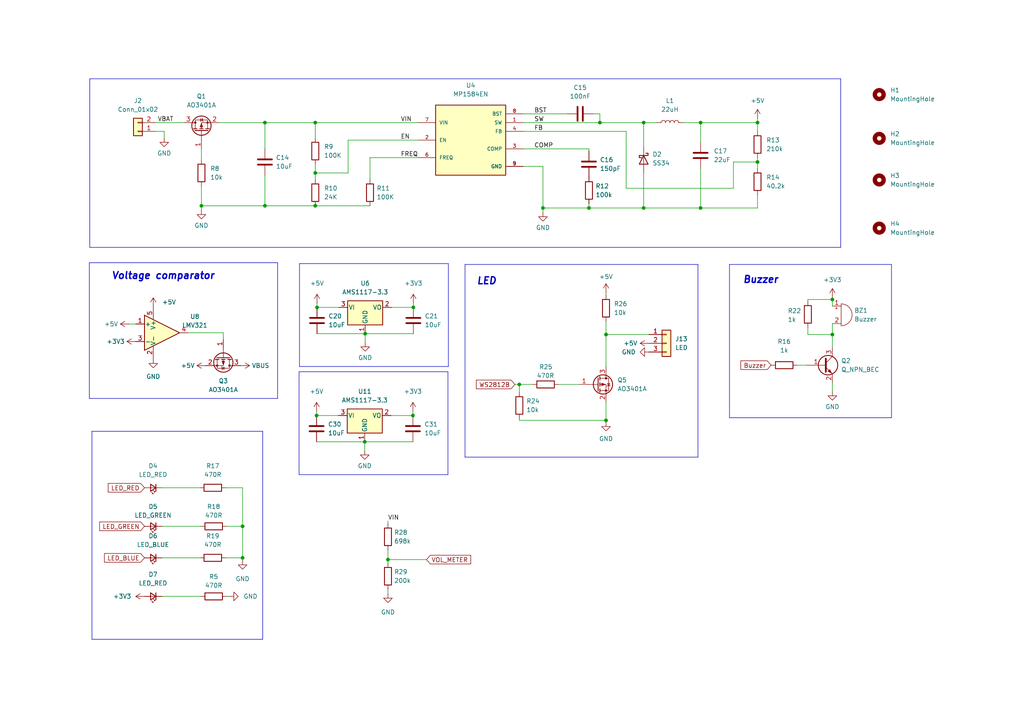
<source format=kicad_sch>
(kicad_sch (version 20230121) (generator eeschema)
  (paper "A4")
  (lib_symbols
    (symbol "Amplifier_Operational:LMV321" (pin_names (offset 0.127))
      (property "Reference" "U" (at 0 5.08 0))
      (property "Value" "LMV321" (at 0 -5.08 0))
      (symbol "LMV321_0_1"
        (polyline (pts (xy -5.08 5.08) (xy 5.08 0) (xy -5.08 -5.08) (xy -5.08 5.08)) (stroke (width 0.254)) (fill (type background)))
        (pin power_in line (at -2.54 -7.62 90) (length 3.81) (name "V-") (number "2"))
        (pin power_in line (at -2.54 7.62 270) (length 3.81) (name "V+") (number "5"))
      )
      (symbol "LMV321_1_1"
        (pin input line (at -7.62 2.54 0) (length 2.54) (name "+") (number "1"))
        (pin input line (at -7.62 -2.54 0) (length 2.54) (name "-") (number "3"))
        (pin output line (at 7.62 0 180) (length 2.54) (name "~") (number "4"))
      )
    )
    (symbol "Connector_Generic:Conn_01x02" (pin_names (offset 1.016) hide)
      (property "Reference" "J" (at 0 2.54 0))
      (property "Value" "Conn_01x02" (at 0 -5.08 0))
      (symbol "Conn_01x02_1_1"
        (rectangle (start -1.27 -2.413) (end 0 -2.667) (stroke (width 0.1524)))
        (rectangle (start -1.27 0.127) (end 0 -0.127) (stroke (width 0.1524)))
        (rectangle (start -1.27 1.27) (end 1.27 -3.81) (stroke (width 0.254)) (fill (type background)))
        (pin passive line (at -5.08 0 0) (length 3.81) (name "Pin_1") (number "1"))
        (pin passive line (at -5.08 -2.54 0) (length 3.81) (name "Pin_2") (number "2"))
      )
    )
    (symbol "Connector_Generic:Conn_01x03" (pin_names (offset 1.016) hide)
      (property "Reference" "J" (at 0 5.08 0))
      (property "Value" "Conn_01x03" (at 0 -5.08 0))
      (symbol "Conn_01x03_1_1"
        (rectangle (start -1.27 -2.413) (end 0 -2.667) (stroke (width 0.1524)))
        (rectangle (start -1.27 0.127) (end 0 -0.127) (stroke (width 0.1524)))
        (rectangle (start -1.27 2.667) (end 0 2.413) (stroke (width 0.1524)))
        (rectangle (start -1.27 3.81) (end 1.27 -3.81) (stroke (width 0.254)) (fill (type background)))
        (pin passive line (at -5.08 2.54 0) (length 3.81) (name "Pin_1") (number "1"))
        (pin passive line (at -5.08 0 0) (length 3.81) (name "Pin_2") (number "2"))
        (pin passive line (at -5.08 -2.54 0) (length 3.81) (name "Pin_3") (number "3"))
      )
    )
    (symbol "Device:Buzzer" (pin_names (offset 0.0254) hide)
      (property "Reference" "BZ" (at 3.81 1.27 0))
      (property "Value" "Buzzer" (at 3.81 -1.27 0))
      (symbol "Buzzer_0_1"
        (arc (start 0 -3.175) (mid 3.1612 0) (end 0 3.175))
        (polyline (pts (xy -1.651 1.905) (xy -1.143 1.905)))
        (polyline (pts (xy -1.397 2.159) (xy -1.397 1.651)))
        (polyline (pts (xy 0 3.175) (xy 0 -3.175)))
      )
      (symbol "Buzzer_1_1"
        (pin passive line (at -2.54 2.54 0) (length 2.54) (name "-") (number "1"))
        (pin passive line (at -2.54 -2.54 0) (length 2.54) (name "+") (number "2"))
      )
    )
    (symbol "Device:C" (pin_numbers hide) (pin_names (offset 0.254))
      (property "Reference" "C" (at 0.635 2.54 0))
      (property "Value" "C" (at 0.635 -2.54 0))
      (symbol "C_0_1"
        (polyline (pts (xy -2.032 -0.762) (xy 2.032 -0.762)) (stroke (width 0.508)))
        (polyline (pts (xy -2.032 0.762) (xy 2.032 0.762)) (stroke (width 0.508)))
      )
      (symbol "C_1_1"
        (pin passive line (at 0 3.81 270) (length 2.794) (name "~") (number "1"))
        (pin passive line (at 0 -3.81 90) (length 2.794) (name "~") (number "2"))
      )
    )
    (symbol "Device:D_Schottky" (pin_numbers hide) (pin_names (offset 1.016) hide)
      (property "Reference" "D" (at 0 2.54 0))
      (property "Value" "D_Schottky" (at 0 -2.54 0))
      (symbol "D_Schottky_0_1"
        (polyline (pts (xy 1.27 0) (xy -1.27 0)))
        (polyline (pts (xy 1.27 1.27) (xy 1.27 -1.27) (xy -1.27 0) (xy 1.27 1.27)) (stroke (width 0.254)))
        (polyline (pts (xy -1.905 0.635) (xy -1.905 1.27) (xy -1.27 1.27) (xy -1.27 -1.27) (xy -0.635 -1.27) (xy -0.635 -0.635)) (stroke (width 0.254)))
      )
      (symbol "D_Schottky_1_1"
        (pin passive line (at -3.81 0 0) (length 2.54) (name "K") (number "1"))
        (pin passive line (at 3.81 0 180) (length 2.54) (name "A") (number "2"))
      )
    )
    (symbol "Device:L" (pin_numbers hide) (pin_names (offset 1.016) hide)
      (property "Reference" "L" (at -1.27 0 90))
      (property "Value" "L" (at 1.905 0 90))
      (symbol "L_0_1"
        (arc (start 0 -2.54) (mid 0.6323 -1.905) (end 0 -1.27))
        (arc (start 0 -1.27) (mid 0.6323 -0.635) (end 0 0))
        (arc (start 0 0) (mid 0.6323 0.635) (end 0 1.27))
        (arc (start 0 1.27) (mid 0.6323 1.905) (end 0 2.54))
      )
      (symbol "L_1_1"
        (pin passive line (at 0 3.81 270) (length 1.27) (name "1") (number "1"))
        (pin passive line (at 0 -3.81 90) (length 1.27) (name "2") (number "2"))
      )
    )
    (symbol "Device:LED_Small" (pin_numbers hide) (pin_names (offset 0.254) hide)
      (property "Reference" "D" (at -1.27 3.175 0))
      (property "Value" "LED_Small" (at -4.445 -2.54 0))
      (symbol "LED_Small_0_1"
        (polyline (pts (xy -0.762 -1.016) (xy -0.762 1.016)) (stroke (width 0.254)))
        (polyline (pts (xy 1.016 0) (xy -0.762 0)))
        (polyline (pts (xy 0.762 -1.016) (xy -0.762 0) (xy 0.762 1.016) (xy 0.762 -1.016)) (stroke (width 0.254)))
        (polyline (pts (xy 0 0.762) (xy -0.508 1.27) (xy -0.254 1.27) (xy -0.508 1.27) (xy -0.508 1.016)))
        (polyline (pts (xy 0.508 1.27) (xy 0 1.778) (xy 0.254 1.778) (xy 0 1.778) (xy 0 1.524)))
      )
      (symbol "LED_Small_1_1"
        (pin passive line (at -2.54 0 0) (length 1.778) (name "K") (number "1"))
        (pin passive line (at 2.54 0 180) (length 1.778) (name "A") (number "2"))
      )
    )
    (symbol "Device:Q_NPN_BEC" (pin_names (offset 0) hide)
      (property "Reference" "Q" (at 5.08 1.27 0))
      (property "Value" "Q_NPN_BEC" (at 5.08 -1.27 0))
      (symbol "Q_NPN_BEC_0_1"
        (polyline (pts (xy 0.635 0.635) (xy 2.54 2.54)))
        (polyline (pts (xy 0.635 -0.635) (xy 2.54 -2.54) (xy 2.54 -2.54)))
        (polyline (pts (xy 0.635 1.905) (xy 0.635 -1.905) (xy 0.635 -1.905)) (stroke (width 0.508)))
        (polyline (pts (xy 1.27 -1.778) (xy 1.778 -1.27) (xy 2.286 -2.286) (xy 1.27 -1.778) (xy 1.27 -1.778)) (fill (type outline)))
        (circle (center 1.27 0) (radius 2.8194) (stroke (width 0.254)))
      )
      (symbol "Q_NPN_BEC_1_1"
        (pin input line (at -5.08 0 0) (length 5.715) (name "B") (number "1"))
        (pin passive line (at 2.54 -5.08 90) (length 2.54) (name "E") (number "2"))
        (pin passive line (at 2.54 5.08 270) (length 2.54) (name "C") (number "3"))
      )
    )
    (symbol "Device:R" (pin_numbers hide) (pin_names (offset 0))
      (property "Reference" "R" (at 2.032 0 90))
      (property "Value" "R" (at 0 0 90))
      (symbol "R_0_1"
        (rectangle (start -1.016 -2.54) (end 1.016 2.54) (stroke (width 0.254)))
      )
      (symbol "R_1_1"
        (pin passive line (at 0 3.81 270) (length 1.27) (name "~") (number "1"))
        (pin passive line (at 0 -3.81 90) (length 1.27) (name "~") (number "2"))
      )
    )
    (symbol "MP1584EN:MP1584EN" (pin_names (offset 1.016))
      (property "Reference" "U" (at -10.185 10.6942 0))
      (property "Value" "MP1584EN" (at -10.1723 -12.7154 0))
      (symbol "MP1584EN_0_0"
        (rectangle (start -10.16 -10.16) (end 10.16 10.16) (stroke (width 0.254)) (fill (type background)))
        (pin output line (at 15.24 5.08 180) (length 5.08) (name "SW") (number "1"))
        (pin input line (at -15.24 0 0) (length 5.08) (name "EN") (number "2"))
        (pin output line (at 15.24 -2.54 180) (length 5.08) (name "COMP") (number "3"))
        (pin input line (at 15.24 2.54 180) (length 5.08) (name "FB") (number "4"))
        (pin power_in line (at 15.24 -7.62 180) (length 5.08) (name "GND") (number "5"))
        (pin input line (at -15.24 -5.08 0) (length 5.08) (name "FREQ") (number "6"))
        (pin input line (at -15.24 5.08 0) (length 5.08) (name "VIN") (number "7"))
        (pin passive line (at 15.24 7.62 180) (length 5.08) (name "BST") (number "8"))
        (pin power_in line (at 15.24 -7.62 180) (length 5.08) (name "GND") (number "9"))
      )
    )
    (symbol "Mechanical:MountingHole" (pin_names (offset 1.016))
      (property "Reference" "H" (at 0 5.08 0))
      (property "Value" "MountingHole" (at 0 3.175 0))
      (symbol "MountingHole_0_1"
        (circle (center 0 0) (radius 1.27) (stroke (width 1.27)))
      )
    )
    (symbol "Regulator_Linear:AMS1117-3.3" (pin_names (offset 0.254))
      (property "Reference" "U" (at -3.81 3.175 0))
      (property "Value" "AMS1117-3.3" (at 0 3.175 0))
      (symbol "AMS1117-3.3_0_1"
        (rectangle (start -5.08 -5.08) (end 5.08 1.905) (stroke (width 0.254)) (fill (type background)))
      )
      (symbol "AMS1117-3.3_1_1"
        (pin power_in line (at 0 -7.62 90) (length 2.54) (name "GND") (number "1"))
        (pin power_out line (at 7.62 0 180) (length 2.54) (name "VO") (number "2"))
        (pin power_in line (at -7.62 0 0) (length 2.54) (name "VI") (number "3"))
      )
    )
    (symbol "Transistor_FET:AO3401A" (pin_names hide)
      (property "Reference" "Q" (at 5.08 1.905 0))
      (property "Value" "AO3401A" (at 5.08 0 0))
      (symbol "AO3401A_0_1"
        (polyline (pts (xy 0.254 0) (xy -2.54 0)))
        (polyline (pts (xy 0.254 1.905) (xy 0.254 -1.905)) (stroke (width 0.254)))
        (polyline (pts (xy 0.762 -1.27) (xy 0.762 -2.286)) (stroke (width 0.254)))
        (polyline (pts (xy 0.762 0.508) (xy 0.762 -0.508)) (stroke (width 0.254)))
        (polyline (pts (xy 0.762 2.286) (xy 0.762 1.27)) (stroke (width 0.254)))
        (polyline (pts (xy 2.54 2.54) (xy 2.54 1.778)))
        (polyline (pts (xy 2.54 -2.54) (xy 2.54 0) (xy 0.762 0)))
        (polyline (pts (xy 0.762 1.778) (xy 3.302 1.778) (xy 3.302 -1.778) (xy 0.762 -1.778)))
        (polyline (pts (xy 2.286 0) (xy 1.27 0.381) (xy 1.27 -0.381) (xy 2.286 0)) (fill (type outline)))
        (polyline (pts (xy 2.794 -0.508) (xy 2.921 -0.381) (xy 3.683 -0.381) (xy 3.81 -0.254)))
        (polyline (pts (xy 3.302 -0.381) (xy 2.921 0.254) (xy 3.683 0.254) (xy 3.302 -0.381)))
        (circle (center 1.651 0) (radius 2.794) (stroke (width 0.254)))
        (circle (center 2.54 -1.778) (radius 0.254) (fill (type outline)))
        (circle (center 2.54 1.778) (radius 0.254) (fill (type outline)))
      )
      (symbol "AO3401A_1_1"
        (pin input line (at -5.08 0 0) (length 2.54) (name "G") (number "1"))
        (pin passive line (at 2.54 -5.08 90) (length 2.54) (name "S") (number "2"))
        (pin passive line (at 2.54 5.08 270) (length 2.54) (name "D") (number "3"))
      )
    )
    (symbol "power:+3.3V" (power) (pin_names (offset 0))
      (property "Value" "+3.3V" (at 0 3.556 0))
      (symbol "+3.3V_0_1"
        (polyline (pts (xy -0.762 1.27) (xy 0 2.54)))
        (polyline (pts (xy 0 0) (xy 0 2.54)))
        (polyline (pts (xy 0 2.54) (xy 0.762 1.27)))
      )
      (symbol "+3.3V_1_1"
        (pin power_in line (at 0 0 90) (length 0) hide (name "+3V3") (number "1"))
      )
    )
    (symbol "power:+5V" (power) (pin_names (offset 0))
      (property "Value" "+5V" (at 0 3.556 0))
      (symbol "+5V_0_1"
        (polyline (pts (xy -0.762 1.27) (xy 0 2.54)))
        (polyline (pts (xy 0 0) (xy 0 2.54)))
        (polyline (pts (xy 0 2.54) (xy 0.762 1.27)))
      )
      (symbol "+5V_1_1"
        (pin power_in line (at 0 0 90) (length 0) hide (name "+5V") (number "1"))
      )
    )
    (symbol "power:GND" (power) (pin_names (offset 0))
      (property "Value" "GND" (at 0 -3.81 0))
      (symbol "GND_0_1"
        (polyline (pts (xy 0 0) (xy 0 -1.27) (xy 1.27 -1.27) (xy 0 -2.54) (xy -1.27 -1.27) (xy 0 -1.27)))
      )
      (symbol "GND_1_1"
        (pin power_in line (at 0 0 270) (length 0) hide (name "GND") (number "1"))
      )
    )
    (symbol "power:VBUS" (power) (pin_names (offset 0))
      (property "Value" "VBUS" (at 0 3.81 0))
      (symbol "VBUS_0_1"
        (polyline (pts (xy -0.762 1.27) (xy 0 2.54)))
        (polyline (pts (xy 0 0) (xy 0 2.54)))
        (polyline (pts (xy 0 2.54) (xy 0.762 1.27)))
      )
      (symbol "VBUS_1_1"
        (pin power_in line (at 0 0 90) (length 0) hide (name "VBUS") (number "1"))
      )
    )
  )
  (junction (at 91.44 59.69))
  (junction (at 203.2 60.325))
  (junction (at 219.71 35.56))
  (junction (at 58.42 59.69))
  (junction (at 91.821 120.523))
  (junction (at 119.888 89.154))
  (junction (at 76.835 59.69))
  (junction (at 241.427 86.868))
  (junction (at 91.44 35.56))
  (junction (at 157.48 60.325))
  (junction (at 186.69 60.325))
  (junction (at 70.358 152.654))
  (junction (at 175.768 121.92))
  (junction (at 70.358 161.798))
  (junction (at 91.44 50.165))
  (junction (at 219.71 46.99))
  (junction (at 170.815 60.325))
  (junction (at 119.761 120.523))
  (junction (at 150.622 111.506))
  (junction (at 203.2 35.56))
  (junction (at 241.427 97.028))
  (junction (at 173.99 35.56))
  (junction (at 91.948 89.154))
  (junction (at 105.791 128.143))
  (junction (at 186.69 35.56))
  (junction (at 175.768 97.028))
  (junction (at 112.522 162.306))
  (junction (at 76.835 35.56))
  (junction (at 105.918 96.774))
  (wire (pts (xy 91.44 35.56) (xy 121.285 35.56)))
  (wire (pts (xy 107.315 45.72) (xy 121.285 45.72)))
  (wire (pts (xy 151.765 43.18) (xy 170.815 43.18)))
  (wire (pts (xy 37.465 93.98) (xy 39.37 93.98)))
  (wire (pts (xy 219.71 34.29) (xy 219.71 35.56)))
  (polyline (pts (xy 25.908 76.2) (xy 80.518 76.2)))
  (wire (pts (xy 46.99 172.974) (xy 58.166 172.974)))
  (wire (pts (xy 58.42 43.18) (xy 58.42 46.355)))
  (wire (pts (xy 112.522 151.13) (xy 112.522 151.892)))
  (wire (pts (xy 188.214 97.028) (xy 175.768 97.028)))
  (wire (pts (xy 119.761 119.253) (xy 119.761 120.523)))
  (polyline (pts (xy 26.035 22.86) (xy 243.84 22.86)))
  (wire (pts (xy 91.44 50.165) (xy 91.44 52.07)))
  (wire (pts (xy 91.948 96.774) (xy 105.918 96.774)))
  (polyline (pts (xy 202.438 132.588) (xy 134.874 132.588)))
  (wire (pts (xy 170.815 43.18) (xy 170.815 43.815)))
  (polyline (pts (xy 130.048 106.299) (xy 86.868 106.299)))
  (wire (pts (xy 175.768 121.92) (xy 175.768 122.428)))
  (wire (pts (xy 76.835 35.56) (xy 91.44 35.56)))
  (wire (pts (xy 91.821 120.523) (xy 98.171 120.523)))
  (wire (pts (xy 198.12 35.56) (xy 203.2 35.56)))
  (wire (pts (xy 119.888 87.884) (xy 119.888 89.154)))
  (wire (pts (xy 175.768 121.92) (xy 175.768 116.586)))
  (wire (pts (xy 91.948 87.884) (xy 91.948 89.154)))
  (wire (pts (xy 65.532 141.478) (xy 70.358 141.478)))
  (wire (pts (xy 151.765 33.02) (xy 164.465 33.02)))
  (polyline (pts (xy 80.518 76.2) (xy 80.518 115.57)))
  (wire (pts (xy 241.427 93.853) (xy 241.427 97.028)))
  (polyline (pts (xy 258.572 121.158) (xy 211.582 121.158)))
  (polyline (pts (xy 76.2 125.095) (xy 76.2 185.42)))
  (wire (pts (xy 151.765 35.56) (xy 173.99 35.56)))
  (wire (pts (xy 219.71 35.56) (xy 219.71 38.1)))
  (wire (pts (xy 170.815 60.325) (xy 186.69 60.325)))
  (wire (pts (xy 63.5 35.56) (xy 76.835 35.56)))
  (polyline (pts (xy 26.67 125.095) (xy 26.67 185.42)))
  (wire (pts (xy 150.622 121.412) (xy 150.622 121.92)))
  (polyline (pts (xy 129.921 107.823) (xy 129.921 137.668)))
  (wire (pts (xy 175.768 97.028) (xy 175.768 106.426)))
  (wire (pts (xy 54.61 96.52) (xy 64.77 96.52)))
  (wire (pts (xy 241.427 97.028) (xy 241.427 100.838)))
  (wire (pts (xy 65.786 172.974) (xy 66.548 172.974)))
  (wire (pts (xy 105.791 128.143) (xy 105.791 130.683)))
  (wire (pts (xy 170.815 60.325) (xy 157.48 60.325)))
  (wire (pts (xy 173.99 35.56) (xy 186.69 35.56)))
  (wire (pts (xy 175.768 84.836) (xy 175.768 85.598)))
  (wire (pts (xy 70.358 161.798) (xy 70.358 162.56)))
  (wire (pts (xy 64.77 96.52) (xy 64.77 98.425)))
  (wire (pts (xy 91.821 119.253) (xy 91.821 120.523)))
  (wire (pts (xy 212.725 54.61) (xy 212.725 46.99)))
  (wire (pts (xy 203.2 35.56) (xy 203.2 41.275)))
  (wire (pts (xy 212.725 46.99) (xy 219.71 46.99)))
  (wire (pts (xy 100.965 40.64) (xy 121.285 40.64)))
  (wire (pts (xy 107.315 52.07) (xy 107.315 45.72)))
  (wire (pts (xy 112.522 170.942) (xy 112.522 172.212)))
  (wire (pts (xy 181.61 54.61) (xy 212.725 54.61)))
  (wire (pts (xy 46.99 152.654) (xy 58.166 152.654)))
  (wire (pts (xy 113.538 89.154) (xy 119.888 89.154)))
  (polyline (pts (xy 26.67 125.095) (xy 76.2 125.095)))
  (wire (pts (xy 70.358 161.798) (xy 65.532 161.798)))
  (polyline (pts (xy 86.868 106.299) (xy 86.868 76.454)))
  (wire (pts (xy 186.69 35.56) (xy 186.69 42.545)))
  (polyline (pts (xy 88.773 76.454) (xy 130.048 76.454)))
  (wire (pts (xy 219.71 45.72) (xy 219.71 46.99)))
  (wire (pts (xy 47.625 38.1) (xy 47.625 40.005)))
  (wire (pts (xy 241.427 86.233) (xy 241.427 86.868)))
  (wire (pts (xy 76.835 50.8) (xy 76.835 59.69)))
  (wire (pts (xy 105.918 96.774) (xy 119.888 96.774)))
  (polyline (pts (xy 86.741 137.668) (xy 86.741 107.823)))
  (wire (pts (xy 112.522 159.512) (xy 112.522 162.306)))
  (wire (pts (xy 113.411 120.523) (xy 119.761 120.523)))
  (wire (pts (xy 151.765 48.26) (xy 157.48 48.26)))
  (wire (pts (xy 154.432 111.506) (xy 150.622 111.506)))
  (wire (pts (xy 175.768 97.028) (xy 175.768 93.218)))
  (wire (pts (xy 46.99 141.478) (xy 57.912 141.478)))
  (wire (pts (xy 151.765 38.1) (xy 181.61 38.1)))
  (polyline (pts (xy 25.908 115.57) (xy 25.908 76.2)))
  (wire (pts (xy 58.42 53.975) (xy 58.42 59.69)))
  (wire (pts (xy 70.358 152.654) (xy 70.358 161.798)))
  (polyline (pts (xy 202.438 76.708) (xy 202.438 132.588)))
  (wire (pts (xy 150.622 111.506) (xy 150.622 113.792)))
  (wire (pts (xy 91.44 35.56) (xy 91.44 40.005)))
  (polyline (pts (xy 243.84 71.755) (xy 26.035 71.755)))
  (wire (pts (xy 181.61 38.1) (xy 181.61 54.61)))
  (wire (pts (xy 112.522 162.306) (xy 123.698 162.306)))
  (wire (pts (xy 234.315 97.028) (xy 241.427 97.028)))
  (polyline (pts (xy 134.874 132.588) (xy 134.874 76.708)))
  (polyline (pts (xy 211.582 76.708) (xy 258.572 76.708)))
  (wire (pts (xy 112.522 162.306) (xy 112.522 163.322)))
  (polyline (pts (xy 76.2 185.42) (xy 26.67 185.42)))
  (polyline (pts (xy 130.048 76.454) (xy 130.048 106.299)))
  (wire (pts (xy 170.815 59.055) (xy 170.815 60.325)))
  (wire (pts (xy 173.99 33.02) (xy 173.99 35.56)))
  (wire (pts (xy 149.352 111.506) (xy 150.622 111.506)))
  (wire (pts (xy 58.42 59.69) (xy 76.835 59.69)))
  (wire (pts (xy 172.085 33.02) (xy 173.99 33.02)))
  (wire (pts (xy 186.69 35.56) (xy 190.5 35.56)))
  (wire (pts (xy 70.358 141.478) (xy 70.358 152.654)))
  (wire (pts (xy 91.44 59.69) (xy 107.315 59.69)))
  (wire (pts (xy 241.427 110.998) (xy 241.427 113.538)))
  (wire (pts (xy 65.786 152.654) (xy 70.358 152.654)))
  (wire (pts (xy 91.44 47.625) (xy 91.44 50.165)))
  (wire (pts (xy 203.2 35.56) (xy 219.71 35.56)))
  (wire (pts (xy 234.315 86.868) (xy 241.427 86.868)))
  (wire (pts (xy 219.71 56.515) (xy 219.71 60.325)))
  (wire (pts (xy 150.622 121.92) (xy 175.768 121.92)))
  (polyline (pts (xy 80.518 115.57) (xy 25.908 115.57)))
  (wire (pts (xy 100.965 50.165) (xy 100.965 40.64)))
  (wire (pts (xy 234.315 94.996) (xy 234.315 97.028)))
  (wire (pts (xy 219.71 46.99) (xy 219.71 48.895)))
  (wire (pts (xy 186.69 50.165) (xy 186.69 60.325)))
  (polyline (pts (xy 211.582 121.158) (xy 211.582 76.708)))
  (wire (pts (xy 76.835 35.56) (xy 76.835 43.18)))
  (wire (pts (xy 105.791 128.143) (xy 119.761 128.143)))
  (wire (pts (xy 91.948 89.154) (xy 98.298 89.154)))
  (polyline (pts (xy 134.874 76.708) (xy 202.438 76.708)))
  (polyline (pts (xy 26.035 71.755) (xy 26.035 22.86)))
  (polyline (pts (xy 86.741 107.823) (xy 88.646 107.823)))
  (wire (pts (xy 91.821 128.143) (xy 105.791 128.143)))
  (polyline (pts (xy 258.572 76.708) (xy 258.572 121.158)))
  (wire (pts (xy 91.44 50.165) (xy 100.965 50.165)))
  (wire (pts (xy 241.427 86.868) (xy 241.427 88.773)))
  (wire (pts (xy 157.48 48.26) (xy 157.48 60.325)))
  (wire (pts (xy 58.42 59.69) (xy 58.42 60.96)))
  (wire (pts (xy 76.835 59.69) (xy 91.44 59.69)))
  (wire (pts (xy 162.052 111.506) (xy 168.148 111.506)))
  (polyline (pts (xy 88.646 107.823) (xy 129.921 107.823)))
  (polyline (pts (xy 86.868 76.454) (xy 88.773 76.454)))
  (wire (pts (xy 45.085 38.1) (xy 47.625 38.1)))
  (wire (pts (xy 203.2 60.325) (xy 219.71 60.325)))
  (wire (pts (xy 45.085 35.56) (xy 53.34 35.56)))
  (polyline (pts (xy 129.921 137.668) (xy 86.741 137.668)))
  (polyline (pts (xy 243.84 22.86) (xy 243.84 71.755)))
  (wire (pts (xy 186.69 60.325) (xy 203.2 60.325)))
  (wire (pts (xy 231.267 105.918) (xy 233.807 105.918)))
  (wire (pts (xy 46.99 161.798) (xy 57.912 161.798)))
  (wire (pts (xy 157.48 60.325) (xy 157.48 61.595)))
  (wire (pts (xy 203.2 48.895) (xy 203.2 60.325)))
  (wire (pts (xy 105.918 96.774) (xy 105.918 99.314)))
  (wire (pts (xy 234.315 87.376) (xy 234.315 86.868)))
  (text "LED" (at 138.176 82.804 0) (effects (font (size 2 2) (thickness 0.4) bold italic) (justify left bottom)))
  (text "Buzzer" (at 215.392 82.423 0) (effects (font (size 2 2) (thickness 0.4) bold italic) (justify left bottom)))
  (text "Voltage comparator " (at 32.258 81.28 0) (effects (font (size 2 2) (thickness 0.4) bold italic) (justify left bottom)))
  (label "BST" (at 154.94 33.02 0))
  (label "FB" (at 154.94 38.1 0))
  (label "EN" (at 116.205 40.64 0))
  (label "VIN" (at 116.205 35.56 0))
  (label "COMP" (at 154.94 43.18 0))
  (label "VBAT" (at 45.72 35.56 0))
  (label "VIN" (at 112.522 151.13 0))
  (label "SW" (at 154.94 35.56 0))
  (label "FREQ" (at 116.205 45.72 0))
  (global_label "LED_BLUE" (shape input) (at 41.91 161.798 180) (property "Intersheetrefs" "${INTERSHEET_REFS}" (effects hide)))
  (global_label "WS2812B" (shape input) (at 149.352 111.506 180) (property "Intersheetrefs" "${INTERSHEET_REFS}" (effects hide)))
  (global_label "LED_GREEN" (shape input) (at 41.91 152.654 180) (property "Intersheetrefs" "${INTERSHEET_REFS}" (effects hide)))
  (global_label "VOL_METER" (shape input) (at 123.698 162.306 0) (property "Intersheetrefs" "${INTERSHEET_REFS}" (effects hide)))
  (global_label "LED_RED" (shape input) (at 41.91 141.478 180) (property "Intersheetrefs" "${INTERSHEET_REFS}" (effects hide)))
  (global_label "Buzzer" (shape input) (at 223.647 105.918 180) (property "Intersheetrefs" "${INTERSHEET_REFS}" (effects hide)))
  (symbol (lib_id "power:+3.3V") (at 119.761 119.253 0) (unit 1)
    (property "Reference" "#PWR0106" (effects hide))
    (property "Value" "+3.3V" (at 119.761 113.538 0))
  )
  (symbol (lib_id "Device:R") (at 150.622 117.602 0) (unit 1)
    (property "Reference" "R24" (at 152.654 116.3319 0) (effects (justify left)))
    (property "Value" "10k" (at 152.654 118.8719 0) (effects (justify left)))
    (property "Footprint" "Resistor_SMD:R_0603_1608Metric" (effects hide))
  )
  (symbol (lib_id "Device:C") (at 168.275 33.02 90) (unit 1)
    (property "Reference" "C15" (at 168.275 25.4 90))
    (property "Value" "100nF" (at 168.275 27.94 90))
    (property "Footprint" "Capacitor_SMD:C_0603_1608Metric" (effects hide))
  )
  (symbol (lib_id "Device:C") (at 170.815 47.625 0) (unit 1)
    (property "Reference" "C16" (at 173.99 46.3549 0) (effects (justify left)))
    (property "Value" "150pF" (at 173.99 48.8949 0) (effects (justify left)))
    (property "Footprint" "Capacitor_SMD:C_0603_1608Metric" (effects hide))
  )
  (symbol (lib_id "power:+3.3V") (at 39.37 99.06 90) (unit 1)
    (property "Reference" "#PWR055" (effects hide))
    (property "Value" "+3.3V" (at 36.195 99.0599 90) (effects (justify left)))
  )
  (symbol (lib_id "Device:R") (at 61.976 152.654 90) (unit 1)
    (property "Reference" "R18" (at 61.976 146.939 90))
    (property "Value" "470R" (at 61.976 149.479 90))
    (property "Footprint" "Resistor_SMD:R_0603_1608Metric" (effects hide))
  )
  (symbol (lib_id "power:VBUS") (at 69.85 106.045 270) (unit 1)
    (property "Reference" "#PWR059" (effects hide))
    (property "Value" "VBUS" (at 73.025 106.0449 90) (effects (justify left)))
  )
  (symbol (lib_id "Device:R") (at 61.722 141.478 90) (unit 1)
    (property "Reference" "R17" (at 61.722 135.128 90))
    (property "Value" "470R" (at 61.722 137.668 90))
    (property "Footprint" "Resistor_SMD:R_0603_1608Metric" (effects hide))
  )
  (symbol (lib_id "Device:R") (at 91.44 55.88 0) (unit 1)
    (property "Reference" "R10" (at 93.98 54.6099 0) (effects (justify left)))
    (property "Value" "24K" (at 93.98 57.1499 0) (effects (justify left)))
    (property "Footprint" "Resistor_SMD:R_0603_1608Metric" (effects hide))
  )
  (symbol (lib_id "Transistor_FET:AO3401A") (at 58.42 38.1 90) (unit 1)
    (property "Reference" "Q1" (at 58.42 27.94 90))
    (property "Value" "AO3401A" (at 58.42 30.48 90))
    (property "Footprint" "AO3401:SOT23" (effects hide))
    (property "Datasheet" "http://www.aosmd.com/pdfs/datasheet/AO3401A.pdf" (effects hide))
  )
  (symbol (lib_id "power:+3.3V") (at 119.888 87.884 0) (unit 1)
    (property "Reference" "#PWR040" (effects hide))
    (property "Value" "+3.3V" (at 119.888 82.169 0))
  )
  (symbol (lib_id "Device:C") (at 76.835 46.99 0) (unit 1)
    (property "Reference" "C14" (at 80.01 45.7199 0) (effects (justify left)))
    (property "Value" "10uF" (at 80.01 48.2599 0) (effects (justify left)))
    (property "Footprint" "Capacitor_SMD:C_1206_3216Metric" (effects hide))
  )
  (symbol (lib_id "Device:R") (at 219.71 41.91 0) (unit 1)
    (property "Reference" "R13" (at 222.25 40.6399 0) (effects (justify left)))
    (property "Value" "210k" (at 222.25 43.1799 0) (effects (justify left)))
    (property "Footprint" "Resistor_SMD:R_0603_1608Metric" (effects hide))
  )
  (symbol (lib_id "power:GND") (at 70.358 162.56 0) (unit 1)
    (property "Reference" "#PWR053" (effects hide))
    (property "Value" "GND" (at 70.358 167.894 0))
  )
  (symbol (lib_id "power:GND") (at 58.42 60.96 0) (unit 1)
    (property "Reference" "#PWR025" (effects hide))
    (property "Value" "GND" (at 58.42 65.405 0))
  )
  (symbol (lib_id "Device:C") (at 91.821 124.333 0) (unit 1)
    (property "Reference" "C30" (at 95.123 123.0629 0) (effects (justify left)))
    (property "Value" "10uF" (at 95.123 125.6029 0) (effects (justify left)))
    (property "Footprint" "Capacitor_SMD:C_0805_2012Metric" (effects hide))
  )
  (symbol (lib_id "power:+3.3V") (at 241.427 86.233 0) (unit 1)
    (property "Reference" "#PWR049" (effects hide))
    (property "Value" "+3.3V" (at 241.427 81.153 0))
  )
  (symbol (lib_id "Device:LED_Small") (at 44.45 172.974 180) (unit 1)
    (property "Reference" "D7" (at 44.3865 166.624 0))
    (property "Value" "LED_RED" (at 44.3865 169.164 0))
    (property "Footprint" "LED_SMD:LED_0603_1608Metric" (effects hide))
  )
  (symbol (lib_id "power:+5V") (at 219.71 34.29 0) (unit 1)
    (property "Reference" "#PWR027" (effects hide))
    (property "Value" "+5V" (at 219.71 29.21 0))
  )
  (symbol (lib_id "power:+5V") (at 91.821 119.253 0) (unit 1)
    (property "Reference" "#PWR099" (effects hide))
    (property "Value" "+5V" (at 91.821 113.538 0))
  )
  (symbol (lib_id "power:GND") (at 105.918 99.314 0) (unit 1)
    (property "Reference" "#PWR039" (effects hide))
    (property "Value" "GND" (at 105.918 103.759 0))
  )
  (symbol (lib_id "Device:Q_NPN_BEC") (at 238.887 105.918 0) (unit 1)
    (property "Reference" "Q2" (at 243.967 104.6479 0) (effects (justify left)))
    (property "Value" "Q_NPN_BEC" (at 243.967 107.1879 0) (effects (justify left)))
    (property "Footprint" "Package_TO_SOT_SMD:SOT-23" (effects hide))
  )
  (symbol (lib_id "Connector_Generic:Conn_01x03") (at 193.294 99.568 0) (unit 1)
    (property "Reference" "J13" (at 195.834 98.2979 0) (effects (justify left)))
    (property "Value" "LED" (at 195.834 100.8379 0) (effects (justify left)))
    (property "Footprint" "Connector_JST:JST_XH_B3B-XH-A_1x03_P2.50mm_Vertical" (effects hide))
  )
  (symbol (lib_id "Device:C") (at 203.2 45.085 0) (unit 1)
    (property "Reference" "C17" (at 207.01 43.8149 0) (effects (justify left)))
    (property "Value" "22uF" (at 207.01 46.3549 0) (effects (justify left)))
    (property "Footprint" "Capacitor_SMD:C_1206_3216Metric" (effects hide))
  )
  (symbol (lib_id "Device:R") (at 234.315 91.186 180) (unit 1)
    (property "Reference" "R22" (at 228.473 90.17 0) (effects (justify right)))
    (property "Value" "1k" (at 228.473 92.71 0) (effects (justify right)))
    (property "Footprint" "Resistor_SMD:R_0603_1608Metric" (effects hide))
  )
  (symbol (lib_id "Device:R") (at 158.242 111.506 90) (unit 1)
    (property "Reference" "R25" (at 160.274 106.426 90) (effects (justify left)))
    (property "Value" "470R" (at 160.782 108.966 90) (effects (justify left)))
    (property "Footprint" "Resistor_SMD:R_0603_1608Metric" (effects hide))
  )
  (symbol (lib_id "Mechanical:MountingHole") (at 255.016 52.197 0) (unit 1)
    (property "Reference" "H3" (at 258.191 50.9269 0) (effects (justify left)))
    (property "Value" "MountingHole" (at 258.191 53.4669 0) (effects (justify left)))
    (property "Footprint" "MountingHole:MountingHole_3.2mm_M3_Pad_Via" (effects hide))
  )
  (symbol (lib_id "power:GND") (at 157.48 61.595 0) (unit 1)
    (property "Reference" "#PWR026" (effects hide))
    (property "Value" "GND" (at 157.48 66.04 0))
  )
  (symbol (lib_id "Device:R") (at 112.522 155.702 0) (unit 1)
    (property "Reference" "R28" (at 114.3 154.4319 0) (effects (justify left)))
    (property "Value" "698k" (at 114.3 156.9719 0) (effects (justify left)))
    (property "Footprint" "Resistor_SMD:R_0603_1608Metric" (effects hide))
  )
  (symbol (lib_id "Mechanical:MountingHole") (at 255.016 27.432 0) (unit 1)
    (property "Reference" "H1" (at 258.191 26.1619 0) (effects (justify left)))
    (property "Value" "MountingHole" (at 258.191 28.7019 0) (effects (justify left)))
    (property "Footprint" "MountingHole:MountingHole_3.2mm_M3_Pad_Via" (effects hide))
  )
  (symbol (lib_id "Device:C") (at 119.761 124.333 0) (unit 1)
    (property "Reference" "C31" (at 123.063 123.0629 0) (effects (justify left)))
    (property "Value" "10uF" (at 123.063 125.6029 0) (effects (justify left)))
    (property "Footprint" "Capacitor_SMD:C_0805_2012Metric" (effects hide))
  )
  (symbol (lib_id "Device:D_Schottky") (at 186.69 46.355 270) (unit 1)
    (property "Reference" "D2" (at 189.23 44.7674 90) (effects (justify left)))
    (property "Value" "SS34" (at 189.23 47.3074 90) (effects (justify left)))
    (property "Footprint" "Diode_SMD:D_SMA" (effects hide))
  )
  (symbol (lib_id "power:GND") (at 112.522 172.212 0) (unit 1)
    (property "Reference" "#PWR056" (effects hide))
    (property "Value" "GND" (at 112.522 177.546 0))
  )
  (symbol (lib_id "Device:C") (at 91.948 92.964 0) (unit 1)
    (property "Reference" "C20" (at 95.25 91.6939 0) (effects (justify left)))
    (property "Value" "10uF" (at 95.25 94.2339 0) (effects (justify left)))
    (property "Footprint" "Capacitor_SMD:C_0805_2012Metric" (effects hide))
  )
  (symbol (lib_id "Regulator_Linear:AMS1117-3.3") (at 105.791 120.523 0) (unit 1)
    (property "Reference" "U11" (at 105.791 113.538 0))
    (property "Value" "AMS1117-3.3" (at 105.791 116.078 0))
    (property "Footprint" "Package_TO_SOT_SMD:SOT-89-3" (effects hide))
    (property "Datasheet" "http://www.advanced-monolithic.com/pdf/ds1117.pdf" (effects hide))
  )
  (symbol (lib_id "power:GND") (at 241.427 113.538 0) (unit 1)
    (property "Reference" "#PWR050" (effects hide))
    (property "Value" "GND" (at 241.427 117.983 0))
  )
  (symbol (lib_id "power:+5V") (at 188.214 99.568 90) (unit 1)
    (property "Reference" "#PWR0103" (effects hide))
    (property "Value" "+5V" (at 184.912 99.5679 90) (effects (justify left)))
  )
  (symbol (lib_id "Device:L") (at 194.31 35.56 90) (unit 1)
    (property "Reference" "L1" (at 194.31 29.21 90))
    (property "Value" "22uH" (at 194.31 31.75 90))
    (property "Footprint" "Inductor_SMD:L_7.3x7.3_H4.5" (effects hide))
  )
  (symbol (lib_id "Device:Buzzer") (at 243.967 91.313 0) (unit 1)
    (property "Reference" "BZ1" (at 247.777 90.0429 0) (effects (justify left)))
    (property "Value" "Buzzer" (at 247.777 92.5829 0) (effects (justify left)))
    (property "Footprint" "Buzzer_Beeper:Buzzer_12x9.5RM7.6" (effects hide))
  )
  (symbol (lib_id "Regulator_Linear:AMS1117-3.3") (at 105.918 89.154 0) (unit 1)
    (property "Reference" "U6" (at 105.918 82.169 0))
    (property "Value" "AMS1117-3.3" (at 105.918 84.709 0))
    (property "Footprint" "Package_TO_SOT_SMD:SOT-89-3" (effects hide))
    (property "Datasheet" "http://www.advanced-monolithic.com/pdf/ds1117.pdf" (effects hide))
  )
  (symbol (lib_id "Device:R") (at 61.722 161.798 90) (unit 1)
    (property "Reference" "R19" (at 61.722 155.448 90))
    (property "Value" "470R" (at 61.722 157.988 90))
    (property "Footprint" "Resistor_SMD:R_0603_1608Metric" (effects hide))
  )
  (symbol (lib_id "Device:R") (at 91.44 43.815 0) (unit 1)
    (property "Reference" "R9" (at 93.98 42.5449 0) (effects (justify left)))
    (property "Value" "100K" (at 93.98 45.0849 0) (effects (justify left)))
    (property "Footprint" "Resistor_SMD:R_0603_1608Metric" (effects hide))
  )
  (symbol (lib_id "Mechanical:MountingHole") (at 255.016 40.132 0) (unit 1)
    (property "Reference" "H2" (at 258.191 38.8619 0) (effects (justify left)))
    (property "Value" "MountingHole" (at 258.191 41.4019 0) (effects (justify left)))
    (property "Footprint" "MountingHole:MountingHole_3.2mm_M3_Pad_Via" (effects hide))
  )
  (symbol (lib_id "power:+5V") (at 175.768 84.836 0) (unit 1)
    (property "Reference" "#PWR0101" (effects hide))
    (property "Value" "+5V" (at 175.768 80.264 0))
  )
  (symbol (lib_id "Device:R") (at 227.457 105.918 90) (unit 1)
    (property "Reference" "R16" (at 227.457 99.06 90))
    (property "Value" "1k" (at 227.457 101.6 90))
    (property "Footprint" "Resistor_SMD:R_0603_1608Metric" (effects hide))
  )
  (symbol (lib_id "power:GND") (at 47.625 40.005 0) (unit 1)
    (property "Reference" "#PWR024" (effects hide))
    (property "Value" "GND" (at 47.625 44.45 0))
  )
  (symbol (lib_id "Device:R") (at 170.815 55.245 180) (unit 1)
    (property "Reference" "R12" (at 172.72 53.9749 0) (effects (justify right)))
    (property "Value" "100k" (at 172.72 56.5149 0) (effects (justify right)))
    (property "Footprint" "Resistor_SMD:R_0603_1608Metric" (effects hide))
  )
  (symbol (lib_id "Connector_Generic:Conn_01x02") (at 40.005 38.1 180) (unit 1)
    (property "Reference" "J2" (at 40.005 29.21 0))
    (property "Value" "Conn_01x02" (at 40.005 31.75 0))
    (property "Footprint" "Connector_PinHeader_2.54mm:PinHeader_1x02_P2.54mm_Vertical" (effects hide))
  )
  (symbol (lib_id "power:GND") (at 44.45 104.14 0) (unit 1)
    (property "Reference" "#PWR057" (effects hide))
    (property "Value" "GND" (at 44.45 109.22 0))
  )
  (symbol (lib_id "MP1584EN:MP1584EN") (at 136.525 40.64 0) (unit 1)
    (property "Reference" "U4" (at 136.525 24.765 0))
    (property "Value" "MP1584EN" (at 136.525 27.305 0))
    (property "Footprint" "MP1584EN:SOIC127P600X170-9N" (effects hide))
    (property "MP" "MP1584EN" (effects hide))
    (property "AVAILABILITY" "Unavailable" (effects hide))
    (property "MF" "Monolithic Power Systems" (effects hide))
    (property "PACKAGE" "None" (effects hide))
    (property "PRICE" "None" (effects hide))
    (property "STANDARD" "IPC-7351B" (effects hide))
  )
  (symbol (lib_id "Device:R") (at 61.976 172.974 90) (unit 1)
    (property "Reference" "R5" (at 61.976 167.259 90))
    (property "Value" "470R" (at 61.976 169.799 90))
    (property "Footprint" "Resistor_SMD:R_0603_1608Metric" (effects hide))
  )
  (symbol (lib_id "Device:C") (at 119.888 92.964 0) (unit 1)
    (property "Reference" "C21" (at 123.19 91.6939 0) (effects (justify left)))
    (property "Value" "10uF" (at 123.19 94.2339 0) (effects (justify left)))
    (property "Footprint" "Capacitor_SMD:C_0805_2012Metric" (effects hide))
  )
  (symbol (lib_id "power:GND") (at 175.768 122.428 0) (unit 1)
    (property "Reference" "#PWR0102" (effects hide))
    (property "Value" "GND" (at 175.768 127.254 0))
  )
  (symbol (lib_id "Mechanical:MountingHole") (at 255.016 66.167 0) (unit 1)
    (property "Reference" "H4" (at 258.191 64.8969 0) (effects (justify left)))
    (property "Value" "MountingHole" (at 258.191 67.4369 0) (effects (justify left)))
    (property "Footprint" "MountingHole:MountingHole_3.2mm_M3_Pad_Via" (effects hide))
  )
  (symbol (lib_id "power:+3.3V") (at 41.91 172.974 90) (unit 1)
    (property "Reference" "#PWR051" (effects hide))
    (property "Value" "+3.3V" (at 38.1 172.9739 90) (effects (justify left)))
  )
  (symbol (lib_id "power:+5V") (at 37.465 93.98 90) (unit 1)
    (property "Reference" "#PWR054" (effects hide))
    (property "Value" "+5V" (at 34.29 93.9799 90) (effects (justify left)))
  )
  (symbol (lib_id "Device:LED_Small") (at 44.45 141.478 180) (unit 1)
    (property "Reference" "D4" (at 44.3865 135.128 0))
    (property "Value" "LED_RED" (at 44.3865 137.668 0))
    (property "Footprint" "LED_SMD:LED_0603_1608Metric" (effects hide))
  )
  (symbol (lib_id "Transistor_FET:AO3401A") (at 64.77 103.505 270) (unit 1)
    (property "Reference" "Q3" (at 64.77 110.49 90))
    (property "Value" "AO3401A" (at 64.77 113.03 90))
    (property "Footprint" "AO3401:SOT23" (effects hide))
    (property "Datasheet" "http://www.aosmd.com/pdfs/datasheet/AO3401A.pdf" (effects hide))
  )
  (symbol (lib_id "Amplifier_Operational:LMV321") (at 46.99 96.52 0) (unit 1)
    (property "Reference" "U8" (at 56.515 91.821 0))
    (property "Value" "LMV321" (at 56.515 94.361 0))
    (property "Footprint" "Package_TO_SOT_SMD:SOT-23-5" (effects hide))
    (property "Datasheet" "http://www.ti.com/lit/ds/symlink/lmv324.pdf" (effects hide))
  )
  (symbol (lib_id "Device:R") (at 107.315 55.88 0) (unit 1)
    (property "Reference" "R11" (at 109.22 54.6099 0) (effects (justify left)))
    (property "Value" "100K" (at 109.22 57.1499 0) (effects (justify left)))
    (property "Footprint" "Resistor_SMD:R_0603_1608Metric" (effects hide))
  )
  (symbol (lib_id "power:+5V") (at 44.45 88.9 0) (unit 1)
    (property "Reference" "#PWR0116" (effects hide))
    (property "Value" "+5V" (at 46.99 87.6299 0) (effects (justify left)))
  )
  (symbol (lib_id "Device:LED_Small") (at 44.45 152.654 180) (unit 1)
    (property "Reference" "D5" (at 44.3865 146.939 0))
    (property "Value" "LED_GREEN" (at 44.3865 149.479 0))
    (property "Footprint" "LED_SMD:LED_0603_1608Metric" (effects hide))
  )
  (symbol (lib_id "Transistor_FET:AO3401A") (at 173.228 111.506 0) (unit 1)
    (property "Reference" "Q5" (at 179.07 110.2359 0) (effects (justify left)))
    (property "Value" "AO3401A" (at 179.07 112.7759 0) (effects (justify left)))
    (property "Footprint" "Package_TO_SOT_SMD:SOT-23" (effects hide))
    (property "Datasheet" "http://www.aosmd.com/pdfs/datasheet/AO3401A.pdf" (effects hide))
  )
  (symbol (lib_id "power:GND") (at 188.214 102.108 270) (unit 1)
    (property "Reference" "#PWR0104" (effects hide))
    (property "Value" "GND" (at 184.404 102.1079 90) (effects (justify right)))
  )
  (symbol (lib_id "power:+5V") (at 59.69 106.045 90) (unit 1)
    (property "Reference" "#PWR058" (effects hide))
    (property "Value" "+5V" (at 56.515 106.0449 90) (effects (justify left)))
  )
  (symbol (lib_id "Device:LED_Small") (at 44.45 161.798 180) (unit 1)
    (property "Reference" "D6" (at 44.3865 155.448 0))
    (property "Value" "LED_BLUE" (at 44.3865 157.988 0))
    (property "Footprint" "LED_SMD:LED_0603_1608Metric" (effects hide))
  )
  (symbol (lib_id "Device:R") (at 175.768 89.408 0) (unit 1)
    (property "Reference" "R26" (at 178.054 88.1379 0) (effects (justify left)))
    (property "Value" "10k" (at 178.054 90.6779 0) (effects (justify left)))
    (property "Footprint" "Resistor_SMD:R_0603_1608Metric" (effects hide))
  )
  (symbol (lib_id "Device:R") (at 112.522 167.132 0) (unit 1)
    (property "Reference" "R29" (at 114.3 165.8619 0) (effects (justify left)))
    (property "Value" "200k" (at 114.3 168.4019 0) (effects (justify left)))
    (property "Footprint" "Resistor_SMD:R_0603_1608Metric" (effects hide))
  )
  (symbol (lib_id "Device:R") (at 219.71 52.705 0) (unit 1)
    (property "Reference" "R14" (at 222.25 51.4349 0) (effects (justify left)))
    (property "Value" "40.2k" (at 222.25 53.9749 0) (effects (justify left)))
    (property "Footprint" "Resistor_SMD:R_0603_1608Metric" (effects hide))
  )
  (symbol (lib_id "Device:R") (at 58.42 50.165 0) (unit 1)
    (property "Reference" "R8" (at 60.96 48.8949 0) (effects (justify left)))
    (property "Value" "10k" (at 60.96 51.4349 0) (effects (justify left)))
    (property "Footprint" "Resistor_SMD:R_0603_1608Metric" (effects hide))
  )
  (symbol (lib_id "power:GND") (at 66.548 172.974 90) (unit 1)
    (property "Reference" "#PWR052" (effects hide))
    (property "Value" "GND" (at 70.612 172.9739 90) (effects (justify right)))
  )
  (symbol (lib_id "power:GND") (at 105.791 130.683 0) (unit 1)
    (property "Reference" "#PWR0100" (effects hide))
    (property "Value" "GND" (at 105.791 135.128 0))
  )
  (symbol (lib_id "power:+5V") (at 91.948 87.884 0) (unit 1)
    (property "Reference" "#PWR038" (effects hide))
    (property "Value" "+5V" (at 91.948 82.169 0))
  )
)
</source>
